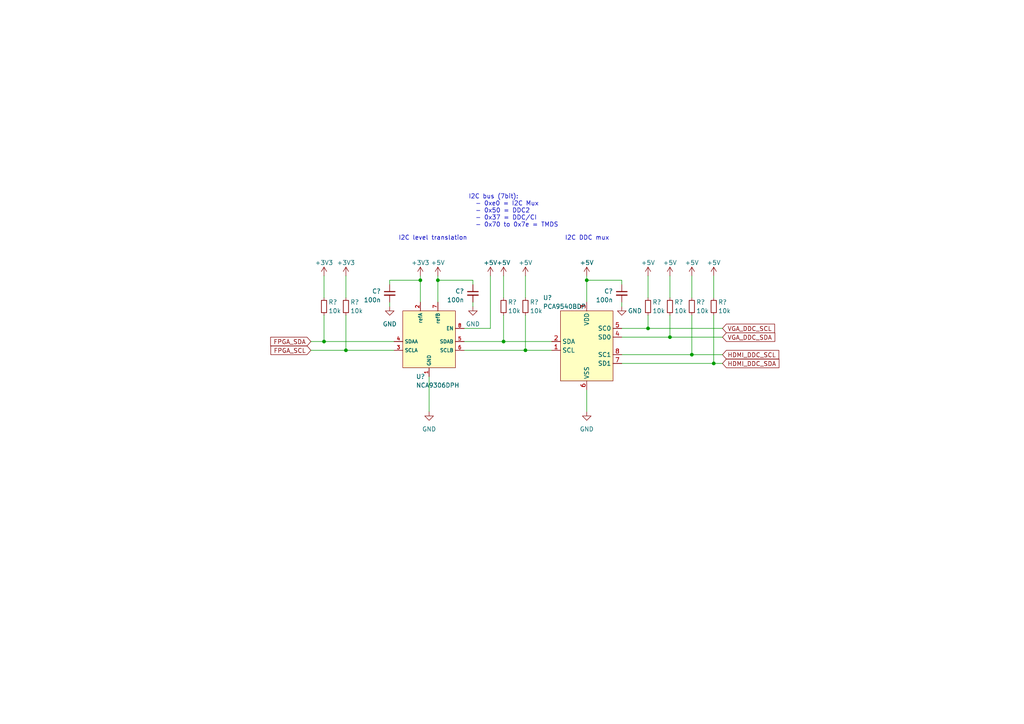
<source format=kicad_sch>
(kicad_sch (version 20220126) (generator eeschema)
  (paper "A4")
  (lib_symbols
    (symbol "Device:C_Small" (pin_numbers hide) (pin_names (offset 0.254) hide)
      (property "Reference" "C" (at 0.254 1.778 0))
      (property "Value" "C_Small" (at 0.254 -2.032 0))
      (symbol "C_Small_0_1"
        (polyline (pts (xy -1.524 -0.508) (xy 1.524 -0.508)) (stroke (width 0.3302)))
        (polyline (pts (xy -1.524 0.508) (xy 1.524 0.508)) (stroke (width 0.3048)))
      )
      (symbol "C_Small_1_1"
        (pin passive line (at 0 2.54 270) (length 2.032) (name "~") (number "1"))
        (pin passive line (at 0 -2.54 90) (length 2.032) (name "~") (number "2"))
      )
    )
    (symbol "Device:R_Small" (pin_numbers hide) (pin_names (offset 0.254) hide)
      (property "Reference" "R" (at 0.762 0.508 0))
      (property "Value" "R_Small" (at 0.762 -1.016 0))
      (symbol "R_Small_0_1"
        (rectangle (start -0.762 1.778) (end 0.762 -1.778) (stroke (width 0.2032)))
      )
      (symbol "R_Small_1_1"
        (pin passive line (at 0 2.54 270) (length 0.762) (name "~") (number "1"))
        (pin passive line (at 0 -2.54 90) (length 0.762) (name "~") (number "2"))
      )
    )
    (symbol "NCA9306:NCA9306DPH"
      (property "Reference" "U?" (at -3.81 -10.16 0))
      (property "Value" "NCA9306DPH" (at -3.81 -12.7 0))
      (symbol "NCA9306DPH_0_1"
        (rectangle (start -7.62 8.89) (end 7.62 -7.62) (stroke (width 0.1524)) (fill (type background)))
      )
      (symbol "NCA9306DPH_1_1"
        (pin power_in line (at 0 -10.16 90) (length 2.54) (name "GND") (number "1"))
        (pin power_in line (at -2.54 11.43 270) (length 2.54) (name "refA") (number "2"))
        (pin bidirectional line (at -10.16 -2.54 0) (length 2.54) (name "SCLA") (number "3"))
        (pin bidirectional line (at -10.16 0 0) (length 2.54) (name "SDAA") (number "4"))
        (pin bidirectional line (at 10.16 0 180) (length 2.54) (name "SDAB") (number "5"))
        (pin bidirectional line (at 10.16 -2.54 180) (length 2.54) (name "SCLB") (number "6"))
        (pin power_in line (at 2.54 11.43 270) (length 2.54) (name "refB") (number "7"))
        (pin bidirectional line (at 10.16 3.81 180) (length 2.54) (name "EN") (number "8"))
      )
    )
    (symbol "PCA9540:PCA9540BDP"
      (property "Reference" "U?" (at 2.54 -6.35 0))
      (property "Value" "PCA9540BDP" (at 2.54 -8.89 0))
      (symbol "PCA9540BDP_0_1"
        (rectangle (start -7.62 -10.16) (end 7.62 -30.48) (fill (type background)))
      )
      (symbol "PCA9540BDP_1_1"
        (pin input line (at -10.16 -21.59 0) (length 2.54) (name "SCL") (number "1"))
        (pin bidirectional line (at -10.16 -19.05 0) (length 2.54) (name "SDA") (number "2"))
        (pin power_in line (at 0 -7.62 270) (length 2.54) (name "VDD") (number "3"))
        (pin bidirectional line (at 10.16 -17.78 180) (length 2.54) (name "SD0") (number "4"))
        (pin output line (at 10.16 -15.24 180) (length 2.54) (name "SC0") (number "5"))
        (pin power_in line (at 0 -33.02 90) (length 2.54) (name "VSS") (number "6"))
        (pin bidirectional line (at 10.16 -25.4 180) (length 2.54) (name "SD1") (number "7"))
        (pin output line (at 10.16 -22.86 180) (length 2.54) (name "SC1") (number "8"))
      )
    )
    (symbol "power:+3V3" (power) (pin_names (offset 0))
      (property "Value" "+3V3" (at 0 3.556 0))
      (symbol "+3V3_0_1"
        (polyline (pts (xy -0.762 1.27) (xy 0 2.54)))
        (polyline (pts (xy 0 0) (xy 0 2.54)))
        (polyline (pts (xy 0 2.54) (xy 0.762 1.27)))
      )
      (symbol "+3V3_1_1"
        (pin power_in line (at 0 0 90) (length 0) hide (name "+3V3") (number "1"))
      )
    )
    (symbol "power:+5V" (power) (pin_names (offset 0))
      (property "Value" "+5V" (at 0 3.556 0))
      (symbol "+5V_0_1"
        (polyline (pts (xy -0.762 1.27) (xy 0 2.54)))
        (polyline (pts (xy 0 0) (xy 0 2.54)))
        (polyline (pts (xy 0 2.54) (xy 0.762 1.27)))
      )
      (symbol "+5V_1_1"
        (pin power_in line (at 0 0 90) (length 0) hide (name "+5V") (number "1"))
      )
    )
    (symbol "power:GND" (power) (pin_names (offset 0))
      (property "Value" "GND" (at 0 -3.81 0))
      (symbol "GND_0_1"
        (polyline (pts (xy 0 0) (xy 0 -1.27) (xy 1.27 -1.27) (xy 0 -2.54) (xy -1.27 -1.27) (xy 0 -1.27)))
      )
      (symbol "GND_1_1"
        (pin power_in line (at 0 0 270) (length 0) hide (name "GND") (number "1"))
      )
    )
  )
  (junction (at 152.4 101.6))
  (junction (at 194.31 97.79))
  (junction (at 170.18 81.28))
  (junction (at 93.98 99.06))
  (junction (at 121.92 81.28))
  (junction (at 187.96 95.25))
  (junction (at 127 81.28))
  (junction (at 100.33 101.6))
  (junction (at 146.05 99.06))
  (junction (at 200.66 102.87))
  (junction (at 207.01 105.41))
  (wire (pts (xy 137.16 81.28) (xy 127 81.28)))
  (wire (pts (xy 180.34 81.28) (xy 180.34 82.55)))
  (wire (pts (xy 100.33 80.01) (xy 100.33 86.36)))
  (wire (pts (xy 187.96 80.01) (xy 187.96 86.36)))
  (wire (pts (xy 124.46 109.22) (xy 124.46 119.38)))
  (wire (pts (xy 100.33 101.6) (xy 114.3 101.6)))
  (wire (pts (xy 170.18 80.01) (xy 170.18 81.28)))
  (wire (pts (xy 200.66 91.44) (xy 200.66 102.87)))
  (wire (pts (xy 180.34 81.28) (xy 170.18 81.28)))
  (wire (pts (xy 152.4 101.6) (xy 134.62 101.6)))
  (wire (pts (xy 93.98 91.44) (xy 93.98 99.06)))
  (wire (pts (xy 93.98 99.06) (xy 114.3 99.06)))
  (wire (pts (xy 160.02 99.06) (xy 146.05 99.06)))
  (wire (pts (xy 113.03 81.28) (xy 113.03 82.55)))
  (wire (pts (xy 170.18 81.28) (xy 170.18 87.63)))
  (wire (pts (xy 137.16 87.63) (xy 137.16 88.9)))
  (wire (pts (xy 170.18 113.03) (xy 170.18 119.38)))
  (wire (pts (xy 180.34 105.41) (xy 207.01 105.41)))
  (wire (pts (xy 100.33 91.44) (xy 100.33 101.6)))
  (wire (pts (xy 113.03 87.63) (xy 113.03 88.9)))
  (wire (pts (xy 152.4 80.01) (xy 152.4 86.36)))
  (wire (pts (xy 194.31 80.01) (xy 194.31 86.36)))
  (wire (pts (xy 137.16 81.28) (xy 137.16 82.55)))
  (wire (pts (xy 207.01 105.41) (xy 209.55 105.41)))
  (wire (pts (xy 200.66 80.01) (xy 200.66 86.36)))
  (wire (pts (xy 187.96 91.44) (xy 187.96 95.25)))
  (wire (pts (xy 142.24 80.01) (xy 142.24 95.25)))
  (wire (pts (xy 194.31 91.44) (xy 194.31 97.79)))
  (wire (pts (xy 127 81.28) (xy 127 87.63)))
  (wire (pts (xy 121.92 81.28) (xy 113.03 81.28)))
  (wire (pts (xy 90.17 101.6) (xy 100.33 101.6)))
  (wire (pts (xy 152.4 91.44) (xy 152.4 101.6)))
  (wire (pts (xy 142.24 95.25) (xy 134.62 95.25)))
  (wire (pts (xy 207.01 91.44) (xy 207.01 105.41)))
  (wire (pts (xy 207.01 80.01) (xy 207.01 86.36)))
  (wire (pts (xy 146.05 99.06) (xy 134.62 99.06)))
  (wire (pts (xy 93.98 80.01) (xy 93.98 86.36)))
  (wire (pts (xy 127 80.01) (xy 127 81.28)))
  (wire (pts (xy 180.34 87.63) (xy 180.34 88.9)))
  (wire (pts (xy 200.66 102.87) (xy 209.55 102.87)))
  (wire (pts (xy 90.17 99.06) (xy 93.98 99.06)))
  (wire (pts (xy 121.92 80.01) (xy 121.92 81.28)))
  (wire (pts (xy 194.31 97.79) (xy 209.55 97.79)))
  (wire (pts (xy 146.05 91.44) (xy 146.05 99.06)))
  (wire (pts (xy 160.02 101.6) (xy 152.4 101.6)))
  (wire (pts (xy 121.92 81.28) (xy 121.92 87.63)))
  (wire (pts (xy 180.34 102.87) (xy 200.66 102.87)))
  (wire (pts (xy 187.96 95.25) (xy 209.55 95.25)))
  (wire (pts (xy 180.34 97.79) (xy 194.31 97.79)))
  (wire (pts (xy 146.05 80.01) (xy 146.05 86.36)))
  (wire (pts (xy 180.34 95.25) (xy 187.96 95.25)))
  (text "I2C DDC mux" (at 163.83 69.85 0) (effects (font (size 1.27 1.27)) (justify left bottom)))
  (text "I2C level translation" (at 115.57 69.85 0) (effects (font (size 1.27 1.27)) (justify left bottom)))
  (text "I2C bus (7bit):\n  - 0xe0 = I2C Mux\n  - 0x50 = DDC2\n  - 0x37 = DDC/CI\n  - 0x70 to 0x7e = TMDS\n" (at 135.89 66.04 0) (effects (font (size 1.27 1.27)) (justify left bottom)))
  (global_label "HDMI_DDC_SDA" (shape input) (at 209.55 105.41 0) (property "Intersheetrefs" "${INTERSHEET_REFS}" (at 224.79 105.41 0) (effects (justify left))))
  (global_label "VGA_DDC_SDA" (shape input) (at 209.55 97.79 0) (property "Intersheetrefs" "${INTERSHEET_REFS}" (at 223.8826 97.79 0) (effects (justify left))))
  (global_label "HDMI_DDC_SCL" (shape input) (at 209.55 102.87 0) (property "Intersheetrefs" "${INTERSHEET_REFS}" (at 224.79 102.87 0) (effects (justify left))))
  (global_label "VGA_DDC_SCL" (shape input) (at 209.55 95.25 0) (property "Intersheetrefs" "${INTERSHEET_REFS}" (at 223.8221 95.25 0) (effects (justify left))))
  (global_label "FPGA_SDA" (shape input) (at 90.17 99.06 180) (property "Intersheetrefs" "${INTERSHEET_REFS}" (at 77.4699 99.06 0) (effects (justify right))))
  (global_label "FPGA_SCL" (shape input) (at 90.17 101.6 180) (property "Intersheetrefs" "${INTERSHEET_REFS}" (at 77.4699 101.6 0) (effects (justify right))))
  (symbol (lib_id "power:GND") (at 170.18 119.38 0) (mirror y) (unit 1)
    (property "Reference" "#PWR?" (effects hide))
    (property "Value" "GND" (at 170.18 124.46 0))
  )
  (symbol (lib_id "NCA9306:NCA9306DPH") (at 124.46 99.06 0) (unit 1)
    (property "Reference" "U?" (at 120.65 109.22 0) (effects (justify left)))
    (property "Value" "NCA9306DPH" (at 120.65 111.76 0) (effects (justify left)))
  )
  (symbol (lib_id "Device:R_Small") (at 194.31 88.9 0) (unit 1)
    (property "Reference" "R?" (at 195.58 87.63 0) (effects (justify left)))
    (property "Value" "10k" (at 195.58 90.17 0) (effects (justify left)))
  )
  (symbol (lib_id "Device:C_Small") (at 113.03 85.09 0) (mirror y) (unit 1)
    (property "Reference" "C?" (at 110.49 84.4613 0) (effects (justify left)))
    (property "Value" "100n" (at 110.49 87.0013 0) (effects (justify left)))
  )
  (symbol (lib_id "power:+3V3") (at 121.92 80.01 0) (mirror y) (unit 1)
    (property "Reference" "#PWR?" (effects hide))
    (property "Value" "+3V3" (at 121.92 76.2 0))
  )
  (symbol (lib_id "Device:R_Small") (at 200.66 88.9 0) (unit 1)
    (property "Reference" "R?" (at 201.93 87.63 0) (effects (justify left)))
    (property "Value" "10k" (at 201.93 90.17 0) (effects (justify left)))
  )
  (symbol (lib_id "Device:R_Small") (at 207.01 88.9 0) (unit 1)
    (property "Reference" "R?" (at 208.28 87.63 0) (effects (justify left)))
    (property "Value" "10k" (at 208.28 90.17 0) (effects (justify left)))
  )
  (symbol (lib_id "Device:R_Small") (at 93.98 88.9 0) (unit 1)
    (property "Reference" "R?" (at 95.25 87.63 0) (effects (justify left)))
    (property "Value" "10k" (at 95.25 90.17 0) (effects (justify left)))
  )
  (symbol (lib_id "Device:R_Small") (at 100.33 88.9 0) (unit 1)
    (property "Reference" "R?" (at 101.6 87.63 0) (effects (justify left)))
    (property "Value" "10k" (at 101.6 90.17 0) (effects (justify left)))
  )
  (symbol (lib_id "power:+5V") (at 152.4 80.01 0) (mirror y) (unit 1)
    (property "Reference" "#PWR?" (effects hide))
    (property "Value" "+5V" (at 152.4 76.2 0))
  )
  (symbol (lib_id "power:GND") (at 113.03 88.9 0) (mirror y) (unit 1)
    (property "Reference" "#PWR?" (effects hide))
    (property "Value" "GND" (at 113.03 93.98 0))
  )
  (symbol (lib_id "power:+5V") (at 170.18 80.01 0) (mirror y) (unit 1)
    (property "Reference" "#PWR?" (effects hide))
    (property "Value" "+5V" (at 170.18 76.2 0))
  )
  (symbol (lib_id "Device:R_Small") (at 146.05 88.9 0) (unit 1)
    (property "Reference" "R?" (at 147.32 87.63 0) (effects (justify left)))
    (property "Value" "10k" (at 147.32 90.17 0) (effects (justify left)))
  )
  (symbol (lib_id "Device:C_Small") (at 180.34 85.09 0) (mirror y) (unit 1)
    (property "Reference" "C?" (at 177.8 84.4613 0) (effects (justify left)))
    (property "Value" "100n" (at 177.8 87.0013 0) (effects (justify left)))
  )
  (symbol (lib_id "power:GND") (at 124.46 119.38 0) (mirror y) (unit 1)
    (property "Reference" "#PWR?" (effects hide))
    (property "Value" "GND" (at 124.46 124.46 0))
  )
  (symbol (lib_id "power:+5V") (at 127 80.01 0) (mirror y) (unit 1)
    (property "Reference" "#PWR?" (effects hide))
    (property "Value" "+5V" (at 127 76.2 0))
  )
  (symbol (lib_id "power:+5V") (at 207.01 80.01 0) (mirror y) (unit 1)
    (property "Reference" "#PWR?" (effects hide))
    (property "Value" "+5V" (at 207.01 76.2 0))
  )
  (symbol (lib_id "power:GND") (at 137.16 88.9 0) (mirror y) (unit 1)
    (property "Reference" "#PWR?" (effects hide))
    (property "Value" "GND" (at 137.16 93.98 0))
  )
  (symbol (lib_id "power:+3V3") (at 100.33 80.01 0) (mirror y) (unit 1)
    (property "Reference" "#PWR?" (effects hide))
    (property "Value" "+3V3" (at 100.33 76.2 0))
  )
  (symbol (lib_id "power:GND") (at 180.34 88.9 0) (mirror y) (unit 1)
    (property "Reference" "#PWR?" (effects hide))
    (property "Value" "GND" (at 184.15 90.17 0))
  )
  (symbol (lib_id "power:+5V") (at 194.31 80.01 0) (mirror y) (unit 1)
    (property "Reference" "#PWR?" (effects hide))
    (property "Value" "+5V" (at 194.31 76.2 0))
  )
  (symbol (lib_id "Device:R_Small") (at 152.4 88.9 0) (unit 1)
    (property "Reference" "R?" (at 153.67 87.63 0) (effects (justify left)))
    (property "Value" "10k" (at 153.67 90.17 0) (effects (justify left)))
  )
  (symbol (lib_id "power:+5V") (at 146.05 80.01 0) (mirror y) (unit 1)
    (property "Reference" "#PWR?" (effects hide))
    (property "Value" "+5V" (at 146.05 76.2 0))
  )
  (symbol (lib_id "power:+5V") (at 142.24 80.01 0) (mirror y) (unit 1)
    (property "Reference" "#PWR?" (effects hide))
    (property "Value" "+5V" (at 142.24 76.2 0))
  )
  (symbol (lib_id "power:+5V") (at 200.66 80.01 0) (mirror y) (unit 1)
    (property "Reference" "#PWR?" (effects hide))
    (property "Value" "+5V" (at 200.66 76.2 0))
  )
  (symbol (lib_id "Device:R_Small") (at 187.96 88.9 0) (unit 1)
    (property "Reference" "R?" (at 189.23 87.63 0) (effects (justify left)))
    (property "Value" "10k" (at 189.23 90.17 0) (effects (justify left)))
  )
  (symbol (lib_id "power:+3V3") (at 93.98 80.01 0) (mirror y) (unit 1)
    (property "Reference" "#PWR?" (effects hide))
    (property "Value" "+3V3" (at 93.98 76.2 0))
  )
  (symbol (lib_id "power:+5V") (at 187.96 80.01 0) (mirror y) (unit 1)
    (property "Reference" "#PWR?" (effects hide))
    (property "Value" "+5V" (at 187.96 76.2 0))
  )
  (symbol (lib_id "Device:C_Small") (at 137.16 85.09 0) (mirror y) (unit 1)
    (property "Reference" "C?" (at 134.62 84.4613 0) (effects (justify left)))
    (property "Value" "100n" (at 134.62 87.0013 0) (effects (justify left)))
  )
  (symbol (lib_id "PCA9540:PCA9540BDP") (at 170.18 80.01 0) (unit 1)
    (property "Reference" "U?" (at 157.48 86.36 0) (effects (justify left)))
    (property "Value" "PCA9540BDP" (at 157.48 88.9 0) (effects (justify left)))
  )
)
</source>
